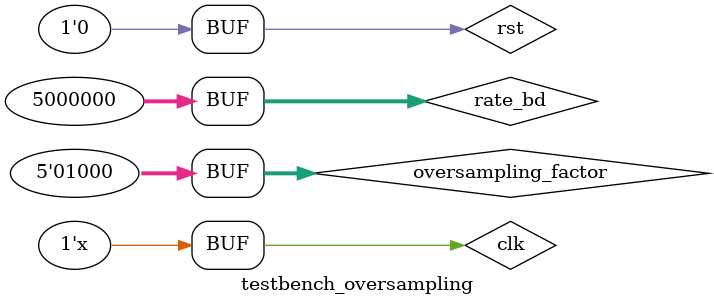
<source format=v>
module testbench_oversampling();
  // Declare input and output signals for the MUT
  reg clk, rst;
  reg [31:0] rate_bd;
  reg [4:0] oversampling_factor;
  wire oversampling_clock;

  // Instantiate the MUT
  oversampling_clk_generator MUT (
    .clk(clk),
    .rst(rst),
    .rate_bd(rate_bd),
    .oversampling_factor(oversampling_factor),
    .oversampling_clock(oversampling_clock)
  );

  // Initialize input signals and registers
  initial begin
    clk = 0;
    rst = 1;
    rate_bd = 5000000;  // 5 MHz baud rate
    #10
    oversampling_factor = 16;  // 16x oversampling
    #10
    rst = 0;
  end

  // Apply stimuli to the MUT and observe the output responses
  always begin
    #5 clk = ~clk;
  end

  // Print out input and output signals
  initial begin
    $monitor("rate_bd=%d oversampling_factor=%d oversampling_clock=%d", rate_bd, oversampling_factor, oversampling_clock);
  end

  // Test case 1: change oversampling factor
  initial begin
    #150 oversampling_factor = 8;  // 8x oversampling
  end
endmodule



</source>
